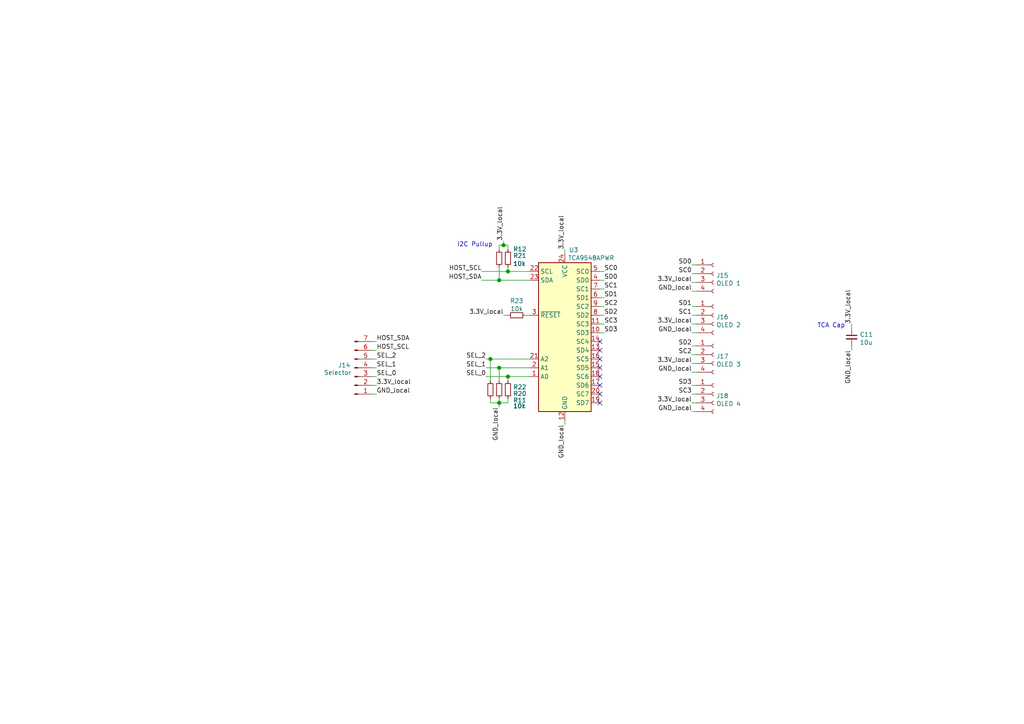
<source format=kicad_sch>
(kicad_sch (version 20210406) (generator eeschema)
  (paper "A4")
  (lib_symbols
    (symbol "Connector:Conn_01x04_Female" (pin_names (offset 1.016) hide)
      (property "Reference" "J" (at 0 5.08 0))
      (property "Value" "Conn_01x04_Female" (at 0 -7.62 0))
      (symbol "Conn_01x04_Female_1_1"
        (arc (start 0 -4.572) (end 0 -5.588) (radius (at 0 -5.08) (length 0.508) (angles 90.1 -90.1)) (stroke (width 0.1524)))
        (arc (start 0 -2.032) (end 0 -3.048) (radius (at 0 -2.54) (length 0.508) (angles 90.1 -90.1)) (stroke (width 0.1524)))
        (arc (start 0 0.508) (end 0 -0.508) (radius (at 0 0) (length 0.508) (angles 90.1 -90.1)) (stroke (width 0.1524)))
        (arc (start 0 3.048) (end 0 2.032) (radius (at 0 2.54) (length 0.508) (angles 90.1 -90.1)) (stroke (width 0.1524)))
        (polyline (pts (xy -1.27 -5.08) (xy -0.508 -5.08)) (stroke (width 0.1524)))
        (polyline (pts (xy -1.27 -2.54) (xy -0.508 -2.54)) (stroke (width 0.1524)))
        (polyline (pts (xy -1.27 0) (xy -0.508 0)) (stroke (width 0.1524)))
        (polyline (pts (xy -1.27 2.54) (xy -0.508 2.54)) (stroke (width 0.1524)))
        (pin passive line (at -5.08 2.54 0) (length 3.81) (name "Pin_1") (number "1"))
        (pin passive line (at -5.08 0 0) (length 3.81) (name "Pin_2") (number "2"))
        (pin passive line (at -5.08 -2.54 0) (length 3.81) (name "Pin_3") (number "3"))
        (pin passive line (at -5.08 -5.08 0) (length 3.81) (name "Pin_4") (number "4"))
      )
    )
    (symbol "Connector:Conn_01x07_Male" (pin_names (offset 1.016) hide)
      (property "Reference" "J" (at 0 10.16 0))
      (property "Value" "Conn_01x07_Male" (at 0 -10.16 0))
      (symbol "Conn_01x07_Male_1_1"
        (rectangle (start 0.8636 -7.493) (end 0 -7.747) (stroke (width 0.1524)) (fill (type outline)))
        (rectangle (start 0.8636 -4.953) (end 0 -5.207) (stroke (width 0.1524)) (fill (type outline)))
        (rectangle (start 0.8636 -2.413) (end 0 -2.667) (stroke (width 0.1524)) (fill (type outline)))
        (rectangle (start 0.8636 0.127) (end 0 -0.127) (stroke (width 0.1524)) (fill (type outline)))
        (rectangle (start 0.8636 2.667) (end 0 2.413) (stroke (width 0.1524)) (fill (type outline)))
        (rectangle (start 0.8636 5.207) (end 0 4.953) (stroke (width 0.1524)) (fill (type outline)))
        (rectangle (start 0.8636 7.747) (end 0 7.493) (stroke (width 0.1524)) (fill (type outline)))
        (polyline (pts (xy 1.27 -7.62) (xy 0.8636 -7.62)) (stroke (width 0.1524)))
        (polyline (pts (xy 1.27 -5.08) (xy 0.8636 -5.08)) (stroke (width 0.1524)))
        (polyline (pts (xy 1.27 -2.54) (xy 0.8636 -2.54)) (stroke (width 0.1524)))
        (polyline (pts (xy 1.27 0) (xy 0.8636 0)) (stroke (width 0.1524)))
        (polyline (pts (xy 1.27 2.54) (xy 0.8636 2.54)) (stroke (width 0.1524)))
        (polyline (pts (xy 1.27 5.08) (xy 0.8636 5.08)) (stroke (width 0.1524)))
        (polyline (pts (xy 1.27 7.62) (xy 0.8636 7.62)) (stroke (width 0.1524)))
        (pin passive line (at 5.08 7.62 180) (length 3.81) (name "Pin_1") (number "1"))
        (pin passive line (at 5.08 5.08 180) (length 3.81) (name "Pin_2") (number "2"))
        (pin passive line (at 5.08 2.54 180) (length 3.81) (name "Pin_3") (number "3"))
        (pin passive line (at 5.08 0 180) (length 3.81) (name "Pin_4") (number "4"))
        (pin passive line (at 5.08 -2.54 180) (length 3.81) (name "Pin_5") (number "5"))
        (pin passive line (at 5.08 -5.08 180) (length 3.81) (name "Pin_6") (number "6"))
        (pin passive line (at 5.08 -7.62 180) (length 3.81) (name "Pin_7") (number "7"))
      )
    )
    (symbol "Device:C_Small" (pin_numbers hide) (pin_names (offset 0.254) hide)
      (property "Reference" "C" (at 0.254 1.778 0))
      (property "Value" "C_Small" (at 0.254 -2.032 0))
      (symbol "C_Small_0_1"
        (polyline (pts (xy -1.524 -0.508) (xy 1.524 -0.508)) (stroke (width 0.3302)))
        (polyline (pts (xy -1.524 0.508) (xy 1.524 0.508)) (stroke (width 0.3048)))
      )
      (symbol "C_Small_1_1"
        (pin passive line (at 0 2.54 270) (length 2.032) (name "~") (number "1"))
        (pin passive line (at 0 -2.54 90) (length 2.032) (name "~") (number "2"))
      )
    )
    (symbol "Device:R_Small" (pin_numbers hide) (pin_names (offset 0.254) hide)
      (property "Reference" "R" (at 0.762 0.508 0))
      (property "Value" "R_Small" (at 0.762 -1.016 0))
      (symbol "R_Small_0_1"
        (rectangle (start -0.762 1.778) (end 0.762 -1.778) (stroke (width 0.2032)))
      )
      (symbol "R_Small_1_1"
        (pin passive line (at 0 2.54 270) (length 0.762) (name "~") (number "1"))
        (pin passive line (at 0 -2.54 90) (length 0.762) (name "~") (number "2"))
      )
    )
    (symbol "Interface_Expansion:TCA9548APWR"
      (property "Reference" "U" (at -7.62 21.59 0))
      (property "Value" "TCA9548APWR" (at 1.016 21.59 0))
      (symbol "TCA9548APWR_0_1"
        (rectangle (start -7.62 20.32) (end 7.62 -22.86) (stroke (width 0.254)) (fill (type background)))
      )
      (symbol "TCA9548APWR_1_1"
        (pin input line (at -10.16 -12.7 0) (length 2.54) (name "A0") (number "1"))
        (pin bidirectional line (at 10.16 0 180) (length 2.54) (name "SD3") (number "10"))
        (pin output line (at 10.16 2.54 180) (length 2.54) (name "SC3") (number "11"))
        (pin power_in line (at 0 -25.4 90) (length 2.54) (name "GND") (number "12"))
        (pin bidirectional line (at 10.16 -5.08 180) (length 2.54) (name "SD4") (number "13"))
        (pin output line (at 10.16 -2.54 180) (length 2.54) (name "SC4") (number "14"))
        (pin bidirectional line (at 10.16 -10.16 180) (length 2.54) (name "SD5") (number "15"))
        (pin output line (at 10.16 -7.62 180) (length 2.54) (name "SC5") (number "16"))
        (pin bidirectional line (at 10.16 -15.24 180) (length 2.54) (name "SD6") (number "17"))
        (pin output line (at 10.16 -12.7 180) (length 2.54) (name "SC6") (number "18"))
        (pin bidirectional line (at 10.16 -20.32 180) (length 2.54) (name "SD7") (number "19"))
        (pin input line (at -10.16 -10.16 0) (length 2.54) (name "A1") (number "2"))
        (pin output line (at 10.16 -17.78 180) (length 2.54) (name "SC7") (number "20"))
        (pin input line (at -10.16 -7.62 0) (length 2.54) (name "A2") (number "21"))
        (pin input line (at -10.16 17.78 0) (length 2.54) (name "SCL") (number "22"))
        (pin bidirectional line (at -10.16 15.24 0) (length 2.54) (name "SDA") (number "23"))
        (pin power_in line (at 0 22.86 270) (length 2.54) (name "VCC") (number "24"))
        (pin input line (at -10.16 5.08 0) (length 2.54) (name "~RESET") (number "3"))
        (pin bidirectional line (at 10.16 15.24 180) (length 2.54) (name "SD0") (number "4"))
        (pin output line (at 10.16 17.78 180) (length 2.54) (name "SC0") (number "5"))
        (pin bidirectional line (at 10.16 10.16 180) (length 2.54) (name "SD1") (number "6"))
        (pin output line (at 10.16 12.7 180) (length 2.54) (name "SC1") (number "7"))
        (pin bidirectional line (at 10.16 5.08 180) (length 2.54) (name "SD2") (number "8"))
        (pin output line (at 10.16 7.62 180) (length 2.54) (name "SC2") (number "9"))
      )
    )
  )
  (junction (at 142.24 104.14) (diameter 1.016))
  (junction (at 144.78 81.28) (diameter 1.016))
  (junction (at 144.78 106.68) (diameter 1.016))
  (junction (at 144.78 116.84) (diameter 1.016))
  (junction (at 146.05 71.12) (diameter 1.016))
  (junction (at 147.32 78.74) (diameter 1.016))
  (junction (at 147.32 109.22) (diameter 1.016))
  (no_connect (at 173.99 99.06))
  (no_connect (at 173.99 101.6))
  (no_connect (at 173.99 104.14))
  (no_connect (at 173.99 106.68))
  (no_connect (at 173.99 109.22))
  (no_connect (at 173.99 111.76))
  (no_connect (at 173.99 114.3))
  (no_connect (at 173.99 116.84))
  (wire (pts (xy 107.95 99.06) (xy 109.22 99.06)))
  (wire (pts (xy 107.95 101.6) (xy 109.22 101.6)))
  (wire (pts (xy 107.95 104.14) (xy 109.22 104.14)))
  (wire (pts (xy 107.95 106.68) (xy 109.22 106.68)))
  (wire (pts (xy 107.95 109.22) (xy 109.22 109.22)))
  (wire (pts (xy 107.95 111.76) (xy 109.22 111.76)))
  (wire (pts (xy 107.95 114.3) (xy 109.22 114.3)))
  (wire (pts (xy 139.7 78.74) (xy 147.32 78.74)))
  (wire (pts (xy 139.7 81.28) (xy 144.78 81.28)))
  (wire (pts (xy 140.97 104.14) (xy 142.24 104.14)))
  (wire (pts (xy 140.97 106.68) (xy 144.78 106.68)))
  (wire (pts (xy 140.97 109.22) (xy 147.32 109.22)))
  (wire (pts (xy 142.24 104.14) (xy 142.24 110.49)))
  (wire (pts (xy 142.24 104.14) (xy 153.67 104.14)))
  (wire (pts (xy 142.24 115.57) (xy 142.24 116.84)))
  (wire (pts (xy 142.24 116.84) (xy 144.78 116.84)))
  (wire (pts (xy 144.78 71.12) (xy 144.78 72.39)))
  (wire (pts (xy 144.78 77.47) (xy 144.78 81.28)))
  (wire (pts (xy 144.78 81.28) (xy 153.67 81.28)))
  (wire (pts (xy 144.78 106.68) (xy 144.78 110.49)))
  (wire (pts (xy 144.78 106.68) (xy 153.67 106.68)))
  (wire (pts (xy 144.78 115.57) (xy 144.78 116.84)))
  (wire (pts (xy 144.78 116.84) (xy 144.78 118.11)))
  (wire (pts (xy 144.78 116.84) (xy 147.32 116.84)))
  (wire (pts (xy 146.05 69.85) (xy 146.05 71.12)))
  (wire (pts (xy 146.05 71.12) (xy 144.78 71.12)))
  (wire (pts (xy 146.05 71.12) (xy 147.32 71.12)))
  (wire (pts (xy 146.05 91.44) (xy 147.32 91.44)))
  (wire (pts (xy 147.32 71.12) (xy 147.32 72.39)))
  (wire (pts (xy 147.32 77.47) (xy 147.32 78.74)))
  (wire (pts (xy 147.32 78.74) (xy 153.67 78.74)))
  (wire (pts (xy 147.32 109.22) (xy 147.32 110.49)))
  (wire (pts (xy 147.32 109.22) (xy 153.67 109.22)))
  (wire (pts (xy 147.32 115.57) (xy 147.32 116.84)))
  (wire (pts (xy 152.4 91.44) (xy 153.67 91.44)))
  (wire (pts (xy 163.83 72.39) (xy 163.83 73.66)))
  (wire (pts (xy 163.83 121.92) (xy 163.83 123.19)))
  (wire (pts (xy 173.99 78.74) (xy 175.26 78.74)))
  (wire (pts (xy 173.99 81.28) (xy 175.26 81.28)))
  (wire (pts (xy 173.99 83.82) (xy 175.26 83.82)))
  (wire (pts (xy 173.99 86.36) (xy 175.26 86.36)))
  (wire (pts (xy 173.99 88.9) (xy 175.26 88.9)))
  (wire (pts (xy 173.99 91.44) (xy 175.26 91.44)))
  (wire (pts (xy 173.99 93.98) (xy 175.26 93.98)))
  (wire (pts (xy 173.99 96.52) (xy 175.26 96.52)))
  (wire (pts (xy 200.66 76.835) (xy 201.93 76.835)))
  (wire (pts (xy 200.66 79.375) (xy 201.93 79.375)))
  (wire (pts (xy 200.66 81.915) (xy 201.93 81.915)))
  (wire (pts (xy 200.66 84.455) (xy 201.93 84.455)))
  (wire (pts (xy 200.66 88.9) (xy 201.93 88.9)))
  (wire (pts (xy 200.66 91.44) (xy 201.93 91.44)))
  (wire (pts (xy 200.66 93.98) (xy 201.93 93.98)))
  (wire (pts (xy 200.66 96.52) (xy 201.93 96.52)))
  (wire (pts (xy 200.66 100.33) (xy 201.93 100.33)))
  (wire (pts (xy 200.66 102.87) (xy 201.93 102.87)))
  (wire (pts (xy 200.66 105.41) (xy 201.93 105.41)))
  (wire (pts (xy 200.66 107.95) (xy 201.93 107.95)))
  (wire (pts (xy 200.66 111.76) (xy 201.93 111.76)))
  (wire (pts (xy 200.66 114.3) (xy 201.93 114.3)))
  (wire (pts (xy 200.66 116.84) (xy 201.93 116.84)))
  (wire (pts (xy 200.66 119.38) (xy 201.93 119.38)))
  (wire (pts (xy 247.015 93.98) (xy 247.015 95.25)))
  (wire (pts (xy 247.015 100.33) (xy 247.015 101.6)))
  (text "I2C Pullup\n" (at 142.875 71.755 180) (effects (font (size 1.27 1.27)) (justify right bottom)))
  (text "TCA Cap\n" (at 245.11 95.25 180) (effects (font (size 1.27 1.27)) (justify right bottom)))
  (label "HOST_SDA" (at 109.22 99.06 0))
  (label "HOST_SCL" (at 109.22 101.6 0))
  (label "SEL_2" (at 109.22 104.14 0))
  (label "SEL_1" (at 109.22 106.68 0))
  (label "SEL_0" (at 109.22 109.22 0))
  (label "3.3V_local" (at 109.22 111.76 0))
  (label "GND_local" (at 109.22 114.3 0))
  (label "HOST_SCL" (at 139.7 78.74 180))
  (label "HOST_SDA" (at 139.7 81.28 180))
  (label "SEL_2" (at 140.97 104.14 180))
  (label "SEL_1" (at 140.97 106.68 180))
  (label "SEL_0" (at 140.97 109.22 180))
  (label "GND_local" (at 144.78 118.11 270))
  (label "3.3V_local" (at 146.05 69.85 90))
  (label "3.3V_local" (at 146.05 91.44 180))
  (label "3.3V_local" (at 163.83 72.39 90))
  (label "GND_local" (at 163.83 123.19 270))
  (label "SC0" (at 175.26 78.74 0))
  (label "SD0" (at 175.26 81.28 0))
  (label "SC1" (at 175.26 83.82 0))
  (label "SD1" (at 175.26 86.36 0))
  (label "SC2" (at 175.26 88.9 0))
  (label "SD2" (at 175.26 91.44 0))
  (label "SC3" (at 175.26 93.98 0))
  (label "SD3" (at 175.26 96.52 0))
  (label "SD0" (at 200.66 76.835 180))
  (label "SC0" (at 200.66 79.375 180))
  (label "3.3V_local" (at 200.66 81.915 180))
  (label "GND_local" (at 200.66 84.455 180))
  (label "SD1" (at 200.66 88.9 180))
  (label "SC1" (at 200.66 91.44 180))
  (label "3.3V_local" (at 200.66 93.98 180))
  (label "GND_local" (at 200.66 96.52 180))
  (label "SD2" (at 200.66 100.33 180))
  (label "SC2" (at 200.66 102.87 180))
  (label "3.3V_local" (at 200.66 105.41 180))
  (label "GND_local" (at 200.66 107.95 180))
  (label "SD3" (at 200.66 111.76 180))
  (label "SC3" (at 200.66 114.3 180))
  (label "3.3V_local" (at 200.66 116.84 180))
  (label "GND_local" (at 200.66 119.38 180))
  (label "3.3V_local" (at 247.015 93.98 90))
  (label "GND_local" (at 247.015 101.6 270))
  (symbol (lib_id "Device:R_Small") (at 142.24 113.03 0) (unit 1)
    (property "Reference" "R11" (at 148.8187 116.0791 0) (effects (justify left)))
    (property "Value" "10k" (at 148.8187 117.7428 0) (effects (justify left)))
    (property "Footprint" "Resistor_SMD:R_0603_1608Metric" (effects hide))
    (property "LCSC Part" "C25804" (effects hide))
  )
  (symbol (lib_id "Device:R_Small") (at 144.78 74.93 180) (unit 1)
    (property "Reference" "R12" (at 148.8186 72.2641 0) (effects (justify right)))
    (property "Value" "10k" (at 148.8186 76.4678 0) (effects (justify right)))
    (property "Footprint" "Resistor_SMD:R_0603_1608Metric" (effects hide))
    (property "LCSC Part" "C25804" (effects hide))
  )
  (symbol (lib_id "Device:R_Small") (at 144.78 113.03 0) (unit 1)
    (property "Reference" "R20" (at 148.8187 114.1741 0) (effects (justify left)))
    (property "Value" "10k" (at 148.8187 117.7428 0) (effects (justify left)))
    (property "Footprint" "Resistor_SMD:R_0603_1608Metric" (effects hide))
    (property "LCSC Part" "C25804" (effects hide))
  )
  (symbol (lib_id "Device:R_Small") (at 147.32 74.93 0) (unit 1)
    (property "Reference" "R21" (at 148.8187 74.1691 0) (effects (justify left)))
    (property "Value" "10k" (at 148.8187 76.4678 0) (effects (justify left)))
    (property "Footprint" "Resistor_SMD:R_0603_1608Metric" (effects hide))
    (property "LCSC Part" "C25804" (effects hide))
  )
  (symbol (lib_id "Device:R_Small") (at 147.32 113.03 0) (unit 1)
    (property "Reference" "R22" (at 148.8187 112.2691 0) (effects (justify left)))
    (property "Value" "10k" (at 148.8187 117.7428 0) (effects (justify left)))
    (property "Footprint" "Resistor_SMD:R_0603_1608Metric" (effects hide))
    (property "LCSC Part" "C25804" (effects hide))
  )
  (symbol (lib_id "Device:R_Small") (at 149.86 91.44 90) (unit 1)
    (property "Reference" "R23" (at 149.86 87.2702 90))
    (property "Value" "10k" (at 149.86 89.5689 90))
    (property "Footprint" "Resistor_SMD:R_0603_1608Metric" (effects hide))
    (property "LCSC Part" "C25804" (effects hide))
  )
  (symbol (lib_id "Device:C_Small") (at 247.015 97.79 0) (unit 1)
    (property "Reference" "C11" (at 249.3392 97.0291 0) (effects (justify left)))
    (property "Value" "10u" (at 249.3392 99.3278 0) (effects (justify left)))
    (property "Footprint" "Capacitor_SMD:C_0603_1608Metric" (effects hide))
    (property "LCSC Part" "C1713" (effects hide))
  )
  (symbol (lib_id "Connector:Conn_01x04_Female") (at 207.01 79.375 0) (unit 1)
    (property "Reference" "J15" (at 207.7213 79.8841 0) (effects (justify left)))
    (property "Value" "OLED 1" (at 207.7213 82.1828 0) (effects (justify left)))
    (property "Footprint" "Connector_PinHeader_2.54mm:PinHeader_1x04_P2.54mm_Vertical" (effects hide))
  )
  (symbol (lib_id "Connector:Conn_01x04_Female") (at 207.01 91.44 0) (unit 1)
    (property "Reference" "J16" (at 207.7213 91.9491 0) (effects (justify left)))
    (property "Value" "OLED 2" (at 207.7213 94.2478 0) (effects (justify left)))
    (property "Footprint" "Connector_PinHeader_2.54mm:PinHeader_1x04_P2.54mm_Vertical" (effects hide))
  )
  (symbol (lib_id "Connector:Conn_01x04_Female") (at 207.01 102.87 0) (unit 1)
    (property "Reference" "J17" (at 207.7213 103.3791 0) (effects (justify left)))
    (property "Value" "OLED 3" (at 207.7213 105.6778 0) (effects (justify left)))
    (property "Footprint" "Connector_PinHeader_2.54mm:PinHeader_1x04_P2.54mm_Vertical" (effects hide))
  )
  (symbol (lib_id "Connector:Conn_01x04_Female") (at 207.01 114.3 0) (unit 1)
    (property "Reference" "J18" (at 207.7213 114.8091 0) (effects (justify left)))
    (property "Value" "OLED 4" (at 207.7213 117.1078 0) (effects (justify left)))
    (property "Footprint" "Connector_PinHeader_2.54mm:PinHeader_1x04_P2.54mm_Vertical" (effects hide))
  )
  (symbol (lib_id "Connector:Conn_01x07_Male") (at 102.87 106.68 0) (mirror x) (unit 1)
    (property "Reference" "J14" (at 99.8474 105.9222 0))
    (property "Value" "Selector" (at 97.9424 108.0685 0))
    (property "Footprint" "Connector_PinSocket_2.54mm:PinSocket_1x07_P2.54mm_Vertical" (effects hide))
  )
  (symbol (lib_id "Interface_Expansion:TCA9548APWR") (at 163.83 96.52 0) (unit 1)
    (property "Reference" "U3" (at 166.37 72.5128 0))
    (property "Value" "TCA9548APWR" (at 171.45 74.8115 0))
    (property "Footprint" "Package_SO:TSSOP-24_4.4x7.8mm_P0.65mm" (effects hide))
    (property "Datasheet" "http://www.ti.com/lit/ds/symlink/tca9548a.pdf" (effects hide))
  )
)
</source>
